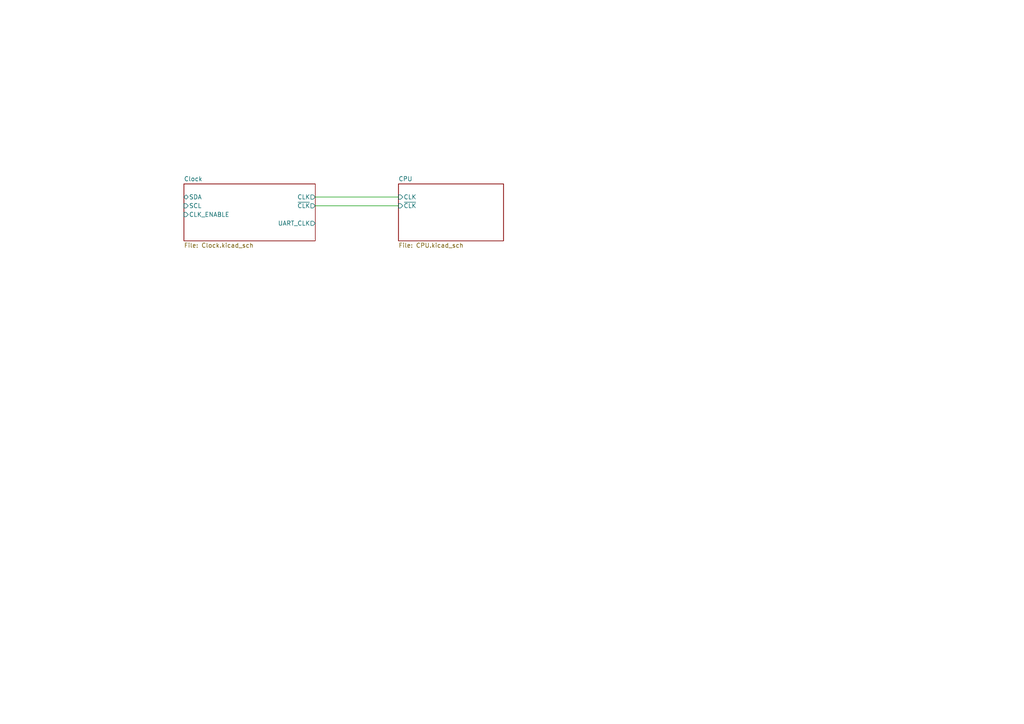
<source format=kicad_sch>
(kicad_sch
	(version 20231120)
	(generator "eeschema")
	(generator_version "8.0")
	(uuid "f095ed77-4d0a-4b62-95be-098acb31c600")
	(paper "A4")
	(lib_symbols)
	(wire
		(pts
			(xy 91.44 59.69) (xy 115.57 59.69)
		)
		(stroke
			(width 0)
			(type default)
		)
		(uuid "8b4c9605-4f85-49a6-a0b2-3f863b3bcd29")
	)
	(wire
		(pts
			(xy 91.44 57.15) (xy 115.57 57.15)
		)
		(stroke
			(width 0)
			(type default)
		)
		(uuid "d31de342-d840-4ac7-9276-13842842bde9")
	)
	(sheet
		(at 115.57 53.34)
		(size 30.48 16.51)
		(fields_autoplaced yes)
		(stroke
			(width 0.1524)
			(type solid)
		)
		(fill
			(color 0 0 0 0.0000)
		)
		(uuid "21b02bc9-ca72-4536-88d6-9ef956d8945e")
		(property "Sheetname" "CPU"
			(at 115.57 52.6284 0)
			(effects
				(font
					(size 1.27 1.27)
				)
				(justify left bottom)
			)
		)
		(property "Sheetfile" "CPU.kicad_sch"
			(at 115.57 70.4346 0)
			(effects
				(font
					(size 1.27 1.27)
				)
				(justify left top)
			)
		)
		(pin "~{CLK}" input
			(at 115.57 59.69 180)
			(effects
				(font
					(size 1.27 1.27)
				)
				(justify left)
			)
			(uuid "27eccb46-d0dd-4043-afa8-d40ec1448771")
		)
		(pin "CLK" input
			(at 115.57 57.15 180)
			(effects
				(font
					(size 1.27 1.27)
				)
				(justify left)
			)
			(uuid "bf93cf0c-c1d1-411f-8c1c-2085b617411c")
		)
		(instances
			(project "MEA-816"
				(path "/f095ed77-4d0a-4b62-95be-098acb31c600"
					(page "2")
				)
			)
		)
	)
	(sheet
		(at 53.34 53.34)
		(size 38.1 16.51)
		(fields_autoplaced yes)
		(stroke
			(width 0.1524)
			(type solid)
		)
		(fill
			(color 0 0 0 0.0000)
		)
		(uuid "d9b527d1-2367-4847-a9c2-c77472fbbc06")
		(property "Sheetname" "Clock"
			(at 53.34 52.6284 0)
			(effects
				(font
					(size 1.27 1.27)
				)
				(justify left bottom)
			)
		)
		(property "Sheetfile" "Clock.kicad_sch"
			(at 53.34 70.4346 0)
			(effects
				(font
					(size 1.27 1.27)
				)
				(justify left top)
			)
		)
		(pin "CLK" output
			(at 91.44 57.15 0)
			(effects
				(font
					(size 1.27 1.27)
				)
				(justify right)
			)
			(uuid "fc8bf720-c412-423e-a75f-f9e2c76adf39")
		)
		(pin "~{CLK}" output
			(at 91.44 59.69 0)
			(effects
				(font
					(size 1.27 1.27)
				)
				(justify right)
			)
			(uuid "409810c7-9d24-432e-94c8-8225015cc8f5")
		)
		(pin "SDA" bidirectional
			(at 53.34 57.15 180)
			(effects
				(font
					(size 1.27 1.27)
				)
				(justify left)
			)
			(uuid "a4428e2e-1090-417b-95a4-d0abb4915d13")
		)
		(pin "SCL" input
			(at 53.34 59.69 180)
			(effects
				(font
					(size 1.27 1.27)
				)
				(justify left)
			)
			(uuid "4191ef12-df3d-49bc-bdb6-b8d0184eb38d")
		)
		(pin "CLK_ENABLE" input
			(at 53.34 62.23 180)
			(effects
				(font
					(size 1.27 1.27)
				)
				(justify left)
			)
			(uuid "aa59c8e6-0b79-4e4c-af01-e491e7343de9")
		)
		(pin "UART_CLK" output
			(at 91.44 64.77 0)
			(effects
				(font
					(size 1.27 1.27)
				)
				(justify right)
			)
			(uuid "27593840-d7cb-4b4d-b304-1db847d2be99")
		)
		(instances
			(project "MEA-816"
				(path "/f095ed77-4d0a-4b62-95be-098acb31c600"
					(page "3")
				)
			)
		)
	)
	(sheet_instances
		(path "/"
			(page "1")
		)
	)
)

</source>
